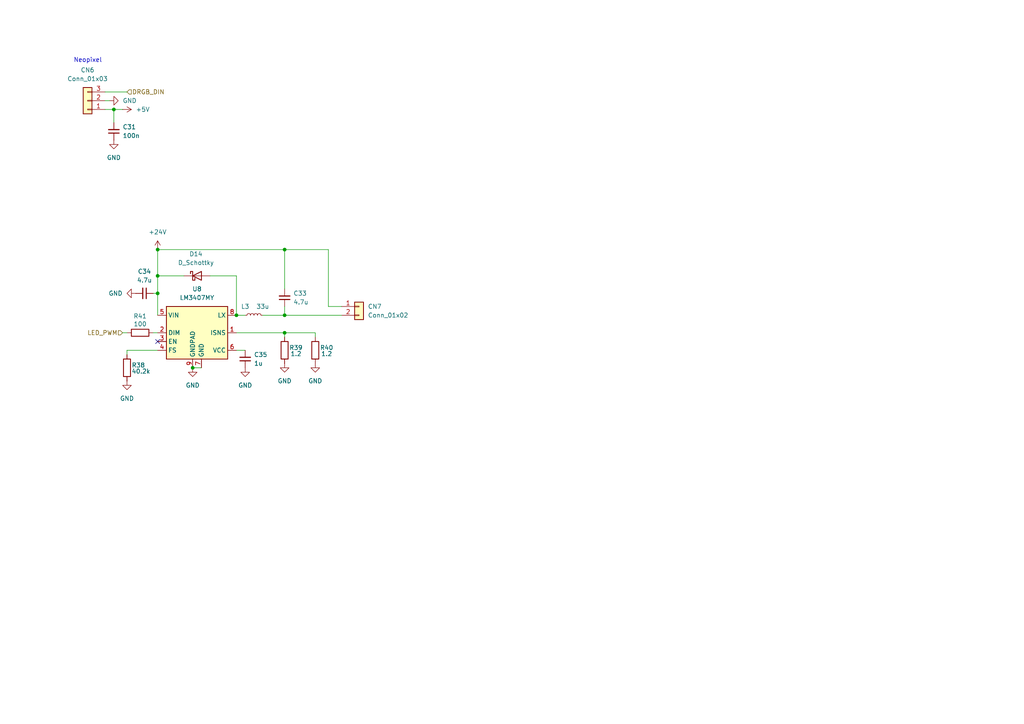
<source format=kicad_sch>
(kicad_sch (version 20250114) (generator "eeschema") (generator_version "9.0")
  (paper "A4")
  (lib_symbols
    (symbol "Connector_Generic:Conn_01x02" (pin_names (offset 1.016) (hide yes))
      (property "Reference" "J" (at 0 2.54 0))
      (property "Value" "Conn_01x02" (at 0 -5.08 0))
      (symbol "Conn_01x02_1_1"
        (rectangle (start -1.27 1.27) (end 1.27 -3.81) (stroke (width 0.254)) (fill (type background)))
        (rectangle (start -1.27 0.127) (end 0 -0.127) (stroke (width 0.1524)))
        (rectangle (start -1.27 -2.413) (end 0 -2.667) (stroke (width 0.1524)))
        (pin passive line (at -5.08 0 0) (length 3.81) (name "Pin_1") (number "1"))
        (pin passive line (at -5.08 -2.54 0) (length 3.81) (name "Pin_2") (number "2"))
      )
    )
    (symbol "Connector_Generic:Conn_01x03" (pin_names (offset 1.016) (hide yes))
      (property "Reference" "J" (at 0 5.08 0))
      (property "Value" "Conn_01x03" (at 0 -5.08 0))
      (symbol "Conn_01x03_1_1"
        (rectangle (start -1.27 3.81) (end 1.27 -3.81) (stroke (width 0.254)) (fill (type background)))
        (rectangle (start -1.27 2.667) (end 0 2.413) (stroke (width 0.1524)))
        (rectangle (start -1.27 0.127) (end 0 -0.127) (stroke (width 0.1524)))
        (rectangle (start -1.27 -2.413) (end 0 -2.667) (stroke (width 0.1524)))
        (pin passive line (at -5.08 2.54 0) (length 3.81) (name "Pin_1") (number "1"))
        (pin passive line (at -5.08 0 0) (length 3.81) (name "Pin_2") (number "2"))
        (pin passive line (at -5.08 -2.54 0) (length 3.81) (name "Pin_3") (number "3"))
      )
    )
    (symbol "Device:C_Small" (pin_numbers (hide yes)) (pin_names (offset 0.254) (hide yes))
      (property "Reference" "C" (at 0.254 1.778 0))
      (property "Value" "C_Small" (at 0.254 -2.032 0))
      (symbol "C_Small_0_1"
        (polyline (pts (xy -1.524 0.508) (xy 1.524 0.508)) (stroke (width 0.3048)))
        (polyline (pts (xy -1.524 -0.508) (xy 1.524 -0.508)) (stroke (width 0.3302)))
      )
      (symbol "C_Small_1_1"
        (pin passive line (at 0 2.54 270) (length 2.032) (name "~") (number "1"))
        (pin passive line (at 0 -2.54 90) (length 2.032) (name "~") (number "2"))
      )
    )
    (symbol "Device:D_Schottky" (pin_numbers (hide yes)) (pin_names (offset 1.016) (hide yes))
      (property "Reference" "D" (at 0 2.54 0))
      (property "Value" "D_Schottky" (at 0 -2.54 0))
      (symbol "D_Schottky_0_1"
        (polyline (pts (xy -1.905 0.635) (xy -1.905 1.27) (xy -1.27 1.27) (xy -1.27 -1.27) (xy -0.635 -1.27) (xy -0.635 -0.635)) (stroke (width 0.254)))
        (polyline (pts (xy 1.27 1.27) (xy 1.27 -1.27) (xy -1.27 0) (xy 1.27 1.27)) (stroke (width 0.254)))
        (polyline (pts (xy 1.27 0) (xy -1.27 0)))
      )
      (symbol "D_Schottky_1_1"
        (pin passive line (at -3.81 0 0) (length 2.54) (name "K") (number "1"))
        (pin passive line (at 3.81 0 180) (length 2.54) (name "A") (number "2"))
      )
    )
    (symbol "Device:L_Small" (pin_numbers (hide yes)) (pin_names (offset 0.254) (hide yes))
      (property "Reference" "L" (at 0.762 1.016 0))
      (property "Value" "L_Small" (at 0.762 -1.016 0))
      (symbol "L_Small_0_1"
        (arc (start 0 2.032) (mid 0.5058 1.524) (end 0 1.016))
        (arc (start 0 1.016) (mid 0.5058 0.508) (end 0 0))
        (arc (start 0 0) (mid 0.5058 -0.508) (end 0 -1.016))
        (arc (start 0 -1.016) (mid 0.5058 -1.524) (end 0 -2.032))
      )
      (symbol "L_Small_1_1"
        (pin passive line (at 0 2.54 270) (length 0.508) (name "~") (number "1"))
        (pin passive line (at 0 -2.54 90) (length 0.508) (name "~") (number "2"))
      )
    )
    (symbol "Device:R" (pin_numbers (hide yes)) (pin_names (offset 0))
      (property "Reference" "R" (at 2.032 0 90))
      (property "Value" "R" (at 0 0 90))
      (symbol "R_0_1"
        (rectangle (start -1.016 -2.54) (end 1.016 2.54) (stroke (width 0.254)))
      )
      (symbol "R_1_1"
        (pin passive line (at 0 3.81 270) (length 1.27) (name "~") (number "1"))
        (pin passive line (at 0 -3.81 90) (length 1.27) (name "~") (number "2"))
      )
    )
    (symbol "Regulator_Switching:LM3407MY"
      (property "Reference" "U" (at -7.62 8.89 0))
      (property "Value" "LM3407MY" (at 0 8.89 0))
      (symbol "LM3407MY_0_1"
        (rectangle (start -7.62 7.62) (end 10.16 -7.62) (stroke (width 0.254)) (fill (type background)))
      )
      (symbol "LM3407MY_1_1"
        (pin power_in line (at -10.16 5.08 0) (length 2.54) (name "VIN") (number "5"))
        (pin input line (at -10.16 0 0) (length 2.54) (name "DIM") (number "2"))
        (pin input line (at -10.16 -2.54 0) (length 2.54) (name "EN") (number "3"))
        (pin output line (at -10.16 -5.08 0) (length 2.54) (name "FS") (number "4"))
        (pin power_in line (at 0 -10.16 90) (length 2.54) (name "GNDPAD") (number "9"))
        (pin power_in line (at 2.54 -10.16 90) (length 2.54) (name "GND") (number "7"))
        (pin output line (at 12.7 5.08 180) (length 2.54) (name "LX") (number "8"))
        (pin output line (at 12.7 0 180) (length 2.54) (name "ISNS") (number "1"))
        (pin output line (at 12.7 -5.08 180) (length 2.54) (name "VCC") (number "6"))
      )
    )
    (symbol "power:+24V" (power) (pin_numbers (hide yes)) (pin_names (offset 0) (hide yes))
      (property "Value" "+24V" (at 0 3.556 0))
      (symbol "+24V_0_1"
        (polyline (pts (xy -0.762 1.27) (xy 0 2.54)))
        (polyline (pts (xy 0 2.54) (xy 0.762 1.27)))
        (polyline (pts (xy 0 0) (xy 0 2.54)))
      )
      (symbol "+24V_1_1"
        (pin power_in line (at 0 0 90) (length 0) (name "~") (number "1"))
      )
    )
    (symbol "power:+5V" (power) (pin_numbers (hide yes)) (pin_names (offset 0) (hide yes))
      (property "Value" "+5V" (at 0 3.556 0))
      (symbol "+5V_0_1"
        (polyline (pts (xy -0.762 1.27) (xy 0 2.54)))
        (polyline (pts (xy 0 2.54) (xy 0.762 1.27)))
        (polyline (pts (xy 0 0) (xy 0 2.54)))
      )
      (symbol "+5V_1_1"
        (pin power_in line (at 0 0 90) (length 0) (name "~") (number "1"))
      )
    )
    (symbol "power:GND" (power) (pin_numbers (hide yes)) (pin_names (offset 0) (hide yes))
      (property "Value" "GND" (at 0 -3.81 0))
      (symbol "GND_0_1"
        (polyline (pts (xy 0 0) (xy 0 -1.27) (xy 1.27 -1.27) (xy 0 -2.54) (xy -1.27 -1.27) (xy 0 -1.27)))
      )
      (symbol "GND_1_1"
        (pin power_in line (at 0 0 270) (length 0) (name "~") (number "1"))
      )
    )
  )
  (text "Neopixel" (at 21.336 18.288 0) (effects (font (size 1.27 1.27)) (justify left bottom)))
  (junction (at 45.72 85.09))
  (junction (at 82.55 91.44))
  (junction (at 82.55 72.39))
  (junction (at 33.02 31.75))
  (junction (at 45.72 72.39))
  (junction (at 82.55 96.52))
  (junction (at 68.58 91.44))
  (junction (at 45.72 80.01))
  (junction (at 55.88 106.68))
  (no_connect (at 45.72 99.06))
  (wire (pts (xy 95.25 88.9) (xy 95.25 72.39)))
  (wire (pts (xy 45.72 72.39) (xy 45.72 80.01)))
  (wire (pts (xy 68.58 101.6) (xy 71.12 101.6)))
  (wire (pts (xy 82.55 96.52) (xy 82.55 97.79)))
  (wire (pts (xy 36.83 101.6) (xy 45.72 101.6)))
  (wire (pts (xy 55.88 106.68) (xy 58.42 106.68)))
  (wire (pts (xy 68.58 96.52) (xy 82.55 96.52)))
  (wire (pts (xy 68.58 91.44) (xy 71.12 91.44)))
  (wire (pts (xy 82.55 72.39) (xy 95.25 72.39)))
  (wire (pts (xy 44.45 96.52) (xy 45.72 96.52)))
  (wire (pts (xy 82.55 91.44) (xy 99.06 91.44)))
  (wire (pts (xy 45.72 80.01) (xy 53.34 80.01)))
  (wire (pts (xy 30.48 31.75) (xy 33.02 31.75)))
  (wire (pts (xy 82.55 83.82) (xy 82.55 72.39)))
  (wire (pts (xy 30.48 26.67) (xy 36.83 26.67)))
  (wire (pts (xy 44.45 85.09) (xy 45.72 85.09)))
  (wire (pts (xy 91.44 97.79) (xy 91.44 96.52)))
  (wire (pts (xy 33.02 31.75) (xy 33.02 35.56)))
  (wire (pts (xy 68.58 80.01) (xy 68.58 91.44)))
  (wire (pts (xy 45.72 91.44) (xy 45.72 85.09)))
  (wire (pts (xy 45.72 85.09) (xy 45.72 80.01)))
  (wire (pts (xy 82.55 96.52) (xy 91.44 96.52)))
  (wire (pts (xy 99.06 88.9) (xy 95.25 88.9)))
  (wire (pts (xy 35.56 31.75) (xy 33.02 31.75)))
  (wire (pts (xy 76.2 91.44) (xy 82.55 91.44)))
  (wire (pts (xy 82.55 72.39) (xy 45.72 72.39)))
  (wire (pts (xy 31.75 29.21) (xy 30.48 29.21)))
  (wire (pts (xy 82.55 88.9) (xy 82.55 91.44)))
  (wire (pts (xy 36.83 102.87) (xy 36.83 101.6)))
  (wire (pts (xy 60.96 80.01) (xy 68.58 80.01)))
  (wire (pts (xy 35.56 96.52) (xy 36.83 96.52)))
  (hierarchical_label "DRGB_DIN" (shape input) (at 36.83 26.67 0))
  (hierarchical_label "LED_PWM" (shape input) (at 35.56 96.52 180))
  (symbol (lib_id "power:GND") (at 82.55 105.41 0) (unit 1)
    (property "Reference" "#PWR0103" (effects (hide yes)))
    (property "Value" "GND" (at 82.55 110.49 0))
  )
  (symbol (lib_id "power:GND") (at 33.02 40.64 0) (unit 1)
    (property "Reference" "#PWR093" (effects (hide yes)))
    (property "Value" "GND" (at 33.02 45.72 0))
  )
  (symbol (lib_id "power:GND") (at 31.75 29.21 90) (unit 1)
    (property "Reference" "#PWR089" (effects (hide yes)))
    (property "Value" "GND" (at 35.56 29.2099 90) (effects (justify right)))
    (property "Description" "Power symbol creates a global label with name \"GND\" , ground" (effects (hide yes)))
  )
  (symbol (lib_id "Device:C_Small") (at 41.91 85.09 270) (unit 1)
    (property "Reference" "C34" (at 41.9036 78.74 90))
    (property "Value" "4.7u" (at 41.9036 81.28 90))
    (property "Footprint" "Capacitor_SMD:C_0805_2012Metric" (effects (hide yes)))
  )
  (symbol (lib_id "Connector_Generic:Conn_01x03") (at 25.4 29.21 180) (unit 1)
    (property "Reference" "CN6" (at 25.4 20.32 0))
    (property "Value" "Conn_01x03" (at 25.4 22.86 0))
    (property "Footprint" "Connector_JST:JST_XH_B3B-XH-A_1x03_P2.50mm_Vertical" (effects (hide yes)))
    (property "Description" "Generic connector, single row, 01x03, script generated (kicad-library-utils/schlib/autogen/connector/)" (effects (hide yes)))
  )
  (symbol (lib_id "Connector_Generic:Conn_01x02") (at 104.14 88.9 0) (unit 1)
    (property "Reference" "CN7" (at 106.68 88.8999 0) (effects (justify left)))
    (property "Value" "Conn_01x02" (at 106.68 91.4399 0) (effects (justify left)))
    (property "Footprint" "Connector_JST:JST_XH_B2B-XH-A_1x02_P2.50mm_Vertical" (effects (hide yes)))
    (property "Description" "Generic connector, single row, 01x02, script generated (kicad-library-utils/schlib/autogen/connector/)" (effects (hide yes)))
  )
  (symbol (lib_id "Device:R") (at 91.44 101.6 180) (unit 1)
    (property "Reference" "R40" (at 94.742 100.838 0))
    (property "Value" "1.2" (at 94.742 102.616 0))
    (property "Footprint" "Resistor_SMD:R_0402_1005Metric" (effects (hide yes)))
  )
  (symbol (lib_id "Device:C_Small") (at 33.02 38.1 180) (unit 1)
    (property "Reference" "C31" (at 35.56 36.8235 0) (effects (justify right)))
    (property "Value" "100n" (at 35.56 39.3635 0) (effects (justify right)))
    (property "Footprint" "Capacitor_SMD:C_0402_1005Metric" (effects (hide yes)))
  )
  (symbol (lib_id "Device:C_Small") (at 82.55 86.36 180) (unit 1)
    (property "Reference" "C33" (at 85.09 85.0835 0) (effects (justify right)))
    (property "Value" "4.7u" (at 85.09 87.6235 0) (effects (justify right)))
    (property "Footprint" "Capacitor_SMD:C_0805_2012Metric" (effects (hide yes)))
  )
  (symbol (lib_id "power:GND") (at 36.83 110.49 0) (unit 1)
    (property "Reference" "#PWR0101" (effects (hide yes)))
    (property "Value" "GND" (at 36.83 115.57 0))
  )
  (symbol (lib_id "Device:R") (at 36.83 106.68 180) (unit 1)
    (property "Reference" "R38" (at 40.132 105.918 0))
    (property "Value" "40.2k" (at 40.894 107.696 0))
    (property "Footprint" "Resistor_SMD:R_0402_1005Metric" (effects (hide yes)))
  )
  (symbol (lib_id "Regulator_Switching:LM3407MY") (at 55.88 96.52 0) (unit 1)
    (property "Reference" "U8" (at 57.15 83.82 0))
    (property "Value" "LM3407MY" (at 57.15 86.36 0))
    (property "Footprint" "Package_SO:MSOP-8-1EP_3x3mm_P0.65mm_EP1.73x1.85mm_ThermalVias" (effects (hide yes)))
    (property "Datasheet" "http://www.ti.com/lit/ds/symlink/lm3407.pdf" (effects (hide yes)))
    (property "Description" "LED Lighting CC Floating Buck Switching Regulator, MSOP-8" (effects (hide yes)))
  )
  (symbol (lib_id "power:GND") (at 55.88 106.68 0) (unit 1)
    (property "Reference" "#PWR0100" (effects (hide yes)))
    (property "Value" "GND" (at 55.88 111.76 0))
  )
  (symbol (lib_id "power:GND") (at 71.12 106.68 0) (unit 1)
    (property "Reference" "#PWR0102" (effects (hide yes)))
    (property "Value" "GND" (at 71.12 111.76 0))
  )
  (symbol (lib_id "power:GND") (at 39.37 85.09 270) (unit 1)
    (property "Reference" "#PWR099" (effects (hide yes)))
    (property "Value" "GND" (at 35.56 85.0899 90) (effects (justify right)))
  )
  (symbol (lib_id "Device:R") (at 40.64 96.52 270) (unit 1)
    (property "Reference" "R41" (at 40.64 91.694 90))
    (property "Value" "100" (at 40.64 93.98 90))
    (property "Footprint" "Resistor_SMD:R_0402_1005Metric" (effects (hide yes)))
  )
  (symbol (lib_id "Device:R") (at 82.55 101.6 180) (unit 1)
    (property "Reference" "R39" (at 85.852 100.838 0))
    (property "Value" "1.2" (at 85.852 102.616 0))
    (property "Footprint" "Resistor_SMD:R_0402_1005Metric" (effects (hide yes)))
  )
  (symbol (lib_id "power:+24V") (at 45.72 72.39 0) (unit 1)
    (property "Reference" "#PWR098" (effects (hide yes)))
    (property "Value" "+24V" (at 45.72 67.31 0))
    (property "Description" "Power symbol creates a global label with name \"+24V\"" (effects (hide yes)))
  )
  (symbol (lib_id "Device:C_Small") (at 71.12 104.14 180) (unit 1)
    (property "Reference" "C35" (at 73.66 102.8635 0) (effects (justify right)))
    (property "Value" "1u" (at 73.66 105.4035 0) (effects (justify right)))
    (property "Footprint" "Capacitor_SMD:C_0402_1005Metric" (effects (hide yes)))
  )
  (symbol (lib_id "Device:D_Schottky") (at 57.15 80.01 0) (unit 1)
    (property "Reference" "D14" (at 56.8325 73.66 0))
    (property "Value" "D_Schottky" (at 56.8325 76.2 0))
    (property "Footprint" "Diode_SMD:D_SMA" (effects (hide yes)))
    (property "Description" "Schottky diode" (effects (hide yes)))
  )
  (symbol (lib_id "Device:L_Small") (at 73.66 91.44 90) (unit 1)
    (property "Reference" "L3" (at 71.12 88.9 90))
    (property "Value" "33u" (at 76.2 88.9 90))
    (property "Footprint" "LCSC:IND-SMD_L7.8-W7.0-A" (effects (hide yes)))
    (property "Description" "Inductor, small symbol" (effects (hide yes)))
    (property "LCSC_ID" "C167221" (effects (hide yes)))
  )
  (symbol (lib_id "power:+5V") (at 35.56 31.75 270) (unit 1)
    (property "Reference" "#PWR094" (effects (hide yes)))
    (property "Value" "+5V" (at 39.37 31.7499 90) (effects (justify left)))
    (property "Description" "Power symbol creates a global label with name \"+5V\"" (effects (hide yes)))
  )
  (symbol (lib_id "power:GND") (at 91.44 105.41 0) (unit 1)
    (property "Reference" "#PWR0104" (effects (hide yes)))
    (property "Value" "GND" (at 91.44 110.49 0))
  )
)
</source>
